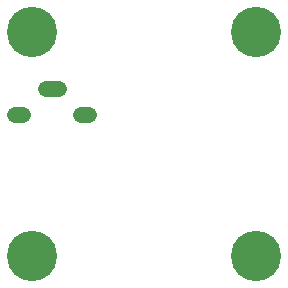
<source format=gbs>
*
*
G04 PADS Layout (Build Number 2008.43.1) generated Gerber (RS-274-X) file*
G04 PC Version=2.1*
*
%IN "digital MEMs USB v103.p"*%
*
%MOIN*%
*
%FSLAX35Y35*%
*
*
*
*
G04 PC Standard Apertures*
*
*
G04 Thermal Relief Aperture macro.*
%AMTER*
1,1,$1,0,0*
1,0,$1-$2,0,0*
21,0,$3,$4,0,0,45*
21,0,$3,$4,0,0,135*
%
*
*
G04 Annular Aperture macro.*
%AMANN*
1,1,$1,0,0*
1,0,$2,0,0*
%
*
*
G04 Odd Aperture macro.*
%AMODD*
1,1,$1,0,0*
1,0,$1-0.005,0,0*
%
*
*
G04 PC Custom Aperture Macros*
*
*
*
*
*
*
G04 PC Aperture Table*
*
%ADD010C,0.001*%
%ADD069C,0.16748*%
%ADD080C,0.05331*%
*
*
*
*
G04 PC Circuitry*
G04 Layer Name digital MEMs USB v103.p - circuitry*
%LPD*%
*
*
G04 PC Custom Flashes*
G04 Layer Name digital MEMs USB v103.p - flashes*
%LPD*%
*
*
G04 PC Circuitry*
G04 Layer Name digital MEMs USB v103.p - circuitry*
%LPD*%
*
G54D10*
G54D69*
G01X111811Y186614D03*
X186614D03*
Y111811D03*
X111811D03*
G54D80*
X130906Y158858D02*
X128150D01*
X108858D02*
X106102D01*
X120669Y167323D02*
X116339D01*
X0Y0D02*
M02*

</source>
